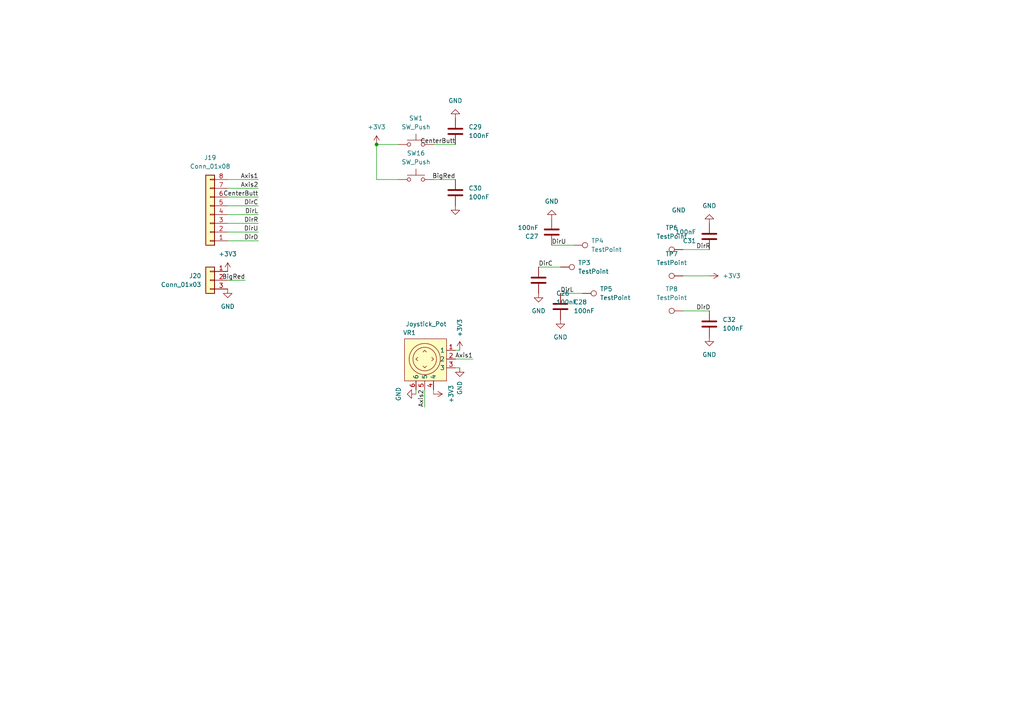
<source format=kicad_sch>
(kicad_sch (version 20230121) (generator eeschema)
  (paper "A4")
  (title_block (title "Face Plate") (date "2022-10-10") (rev "v0.1"))
  (lib_symbols
    (symbol "Connector:TestPoint" (pin_numbers hide) (pin_names (offset 0.762) hide)
      (property "Reference" "TP" (at 0 6.858 0))
      (property "Value" "TestPoint" (at 0 5.08 0))
      (symbol "TestPoint_0_1"
        (circle (center 0 3.302) (radius 0.762))
      )
      (symbol "TestPoint_1_1"
        (pin passive line (at 0 0 90) (length 2.54) (name "1") (number "1"))
      )
    )
    (symbol "Connector_Generic:Conn_01x03" (pin_names (offset 1.016) hide)
      (property "Reference" "J" (at 0 5.08 0))
      (property "Value" "Conn_01x03" (at 0 -5.08 0))
      (symbol "Conn_01x03_1_1"
        (rectangle (start -1.27 -2.413) (end 0 -2.667) (stroke (width 0.1524)))
        (rectangle (start -1.27 0.127) (end 0 -0.127) (stroke (width 0.1524)))
        (rectangle (start -1.27 2.667) (end 0 2.413) (stroke (width 0.1524)))
        (rectangle (start -1.27 3.81) (end 1.27 -3.81) (stroke (width 0.254)) (fill (type background)))
        (pin passive line (at -5.08 2.54 0) (length 3.81) (name "Pin_1") (number "1"))
        (pin passive line (at -5.08 0 0) (length 3.81) (name "Pin_2") (number "2"))
        (pin passive line (at -5.08 -2.54 0) (length 3.81) (name "Pin_3") (number "3"))
      )
    )
    (symbol "Connector_Generic:Conn_01x08" (pin_names (offset 1.016) hide)
      (property "Reference" "J" (at 0 10.16 0))
      (property "Value" "Conn_01x08" (at 0 -12.7 0))
      (symbol "Conn_01x08_1_1"
        (rectangle (start -1.27 -10.033) (end 0 -10.287) (stroke (width 0.1524)))
        (rectangle (start -1.27 -7.493) (end 0 -7.747) (stroke (width 0.1524)))
        (rectangle (start -1.27 -4.953) (end 0 -5.207) (stroke (width 0.1524)))
        (rectangle (start -1.27 -2.413) (end 0 -2.667) (stroke (width 0.1524)))
        (rectangle (start -1.27 0.127) (end 0 -0.127) (stroke (width 0.1524)))
        (rectangle (start -1.27 2.667) (end 0 2.413) (stroke (width 0.1524)))
        (rectangle (start -1.27 5.207) (end 0 4.953) (stroke (width 0.1524)))
        (rectangle (start -1.27 7.747) (end 0 7.493) (stroke (width 0.1524)))
        (rectangle (start -1.27 8.89) (end 1.27 -11.43) (stroke (width 0.254)) (fill (type background)))
        (pin passive line (at -5.08 7.62 0) (length 3.81) (name "Pin_1") (number "1"))
        (pin passive line (at -5.08 5.08 0) (length 3.81) (name "Pin_2") (number "2"))
        (pin passive line (at -5.08 2.54 0) (length 3.81) (name "Pin_3") (number "3"))
        (pin passive line (at -5.08 0 0) (length 3.81) (name "Pin_4") (number "4"))
        (pin passive line (at -5.08 -2.54 0) (length 3.81) (name "Pin_5") (number "5"))
        (pin passive line (at -5.08 -5.08 0) (length 3.81) (name "Pin_6") (number "6"))
        (pin passive line (at -5.08 -7.62 0) (length 3.81) (name "Pin_7") (number "7"))
        (pin passive line (at -5.08 -10.16 0) (length 3.81) (name "Pin_8") (number "8"))
      )
    )
    (symbol "Device:C" (pin_numbers hide) (pin_names (offset 0.254))
      (property "Reference" "C" (at 0.635 2.54 0))
      (property "Value" "C" (at 0.635 -2.54 0))
      (symbol "C_0_1"
        (polyline (pts (xy -2.032 -0.762) (xy 2.032 -0.762)) (stroke (width 0.508)))
        (polyline (pts (xy -2.032 0.762) (xy 2.032 0.762)) (stroke (width 0.508)))
      )
      (symbol "C_1_1"
        (pin passive line (at 0 3.81 270) (length 2.794) (name "~") (number "1"))
        (pin passive line (at 0 -3.81 90) (length 2.794) (name "~") (number "2"))
      )
    )
    (symbol "Personal:Joystick_Pot"
      (property "Reference" "VR" (at -5.588 7.62 0))
      (property "Value" "Joystick_Pot" (at 0 -7.62 0))
      (symbol "Joystick_Pot_0_1"
        (rectangle (start -5.842 6.35) (end 6.35 -5.842) (fill (type background)))
        (polyline (pts (xy -2.54 0) (xy -2.032 -0.508)))
        (polyline (pts (xy -2.54 0) (xy -2.032 0.508)))
        (polyline (pts (xy 0 -2.54) (xy -0.508 -2.032)))
        (polyline (pts (xy 0 -2.54) (xy 0.508 -2.032)))
        (polyline (pts (xy 0 2.54) (xy -0.508 2.032)))
        (polyline (pts (xy 0 2.54) (xy 0.508 2.032)))
        (polyline (pts (xy 2.54 0) (xy 2.032 -0.508)))
        (polyline (pts (xy 2.54 0) (xy 2.032 0.508)))
        (circle (center 0 0) (radius 3.4172))
        (circle (center 0 0) (radius 4.5223))
      )
      (symbol "Joystick_Pot_1_1"
        (pin input line (at -2.54 8.89 270) (length 2.54) (name "1") (number "1"))
        (pin input line (at 0 8.89 270) (length 2.54) (name "2") (number "2"))
        (pin input line (at 2.54 8.89 270) (length 2.54) (name "3") (number "3"))
        (pin input line (at 8.89 2.54 180) (length 2.54) (name "4") (number "4"))
        (pin input line (at 8.89 0 180) (length 2.54) (name "5") (number "5"))
        (pin input line (at 8.89 -2.54 180) (length 2.54) (name "6") (number "6"))
      )
    )
    (symbol "Switch:SW_Push" (pin_numbers hide) (pin_names (offset 1.016) hide)
      (property "Reference" "SW" (at 1.27 2.54 0))
      (property "Value" "SW_Push" (at 0 -1.524 0))
      (symbol "SW_Push_0_1"
        (circle (center -2.032 0) (radius 0.508))
        (polyline (pts (xy 0 1.27) (xy 0 3.048)))
        (polyline (pts (xy 2.54 1.27) (xy -2.54 1.27)))
        (circle (center 2.032 0) (radius 0.508))
        (pin passive line (at -5.08 0 0) (length 2.54) (name "1") (number "1"))
        (pin passive line (at 5.08 0 180) (length 2.54) (name "2") (number "2"))
      )
    )
    (symbol "power:+3V3" (power) (pin_names (offset 0))
      (property "Value" "+3V3" (at 0 3.556 0))
      (symbol "+3V3_0_1"
        (polyline (pts (xy -0.762 1.27) (xy 0 2.54)))
        (polyline (pts (xy 0 0) (xy 0 2.54)))
        (polyline (pts (xy 0 2.54) (xy 0.762 1.27)))
      )
      (symbol "+3V3_1_1"
        (pin power_in line (at 0 0 90) (length 0) hide (name "+3V3") (number "1"))
      )
    )
    (symbol "power:GND" (power) (pin_names (offset 0))
      (property "Value" "GND" (at 0 -3.81 0))
      (symbol "GND_0_1"
        (polyline (pts (xy 0 0) (xy 0 -1.27) (xy 1.27 -1.27) (xy 0 -2.54) (xy -1.27 -1.27) (xy 0 -1.27)))
      )
      (symbol "GND_1_1"
        (pin power_in line (at 0 0 270) (length 0) hide (name "GND") (number "1"))
      )
    )
  )
  (junction (at 109.22 41.91))
  (wire (pts (xy 109.22 41.91) (xy 109.22 52.07)))
  (wire (pts (xy 125.73 52.07) (xy 132.08 52.07)))
  (wire (pts (xy 123.19 113.03) (xy 123.19 118.11)))
  (wire (pts (xy 198.12 90.17) (xy 205.74 90.17)))
  (wire (pts (xy 133.35 106.68) (xy 132.08 106.68)))
  (wire (pts (xy 109.22 41.91) (xy 115.57 41.91)))
  (wire (pts (xy 198.12 72.39) (xy 205.74 72.39)))
  (wire (pts (xy 120.65 113.03) (xy 120.65 114.3)))
  (wire (pts (xy 137.16 104.14) (xy 132.08 104.14)))
  (wire (pts (xy 133.35 101.6) (xy 132.08 101.6)))
  (wire (pts (xy 156.21 77.47) (xy 162.56 77.47)))
  (wire (pts (xy 162.56 85.09) (xy 168.91 85.09)))
  (wire (pts (xy 74.93 69.85) (xy 66.04 69.85)))
  (wire (pts (xy 74.93 54.61) (xy 66.04 54.61)))
  (wire (pts (xy 74.93 62.23) (xy 66.04 62.23)))
  (wire (pts (xy 160.02 71.12) (xy 166.37 71.12)))
  (wire (pts (xy 198.12 80.01) (xy 205.74 80.01)))
  (wire (pts (xy 74.93 57.15) (xy 66.04 57.15)))
  (wire (pts (xy 125.73 113.03) (xy 125.73 114.3)))
  (wire (pts (xy 71.12 81.28) (xy 66.04 81.28)))
  (wire (pts (xy 74.93 64.77) (xy 66.04 64.77)))
  (wire (pts (xy 125.73 41.91) (xy 132.08 41.91)))
  (wire (pts (xy 74.93 67.31) (xy 66.04 67.31)))
  (wire (pts (xy 74.93 52.07) (xy 66.04 52.07)))
  (wire (pts (xy 74.93 59.69) (xy 66.04 59.69)))
  (wire (pts (xy 109.22 52.07) (xy 115.57 52.07)))
  (label "Axis1" (at 137.16 104.14 180))
  (label "Axis2" (at 74.93 54.61 180))
  (label "DirU" (at 74.93 67.31 180))
  (label "BigRed" (at 71.12 81.28 180))
  (label "DirR" (at 74.93 64.77 180))
  (label "DirD" (at 74.93 69.85 180))
  (label "DirL" (at 74.93 62.23 180))
  (label "DirR" (at 201.93 72.39 0))
  (label "DirC" (at 74.93 59.69 180))
  (label "DirU" (at 160.02 71.12 0))
  (label "DirL" (at 162.56 85.09 0))
  (label "CenterButt" (at 132.08 41.91 180))
  (label "DirC" (at 156.21 77.47 0))
  (label "Axis1" (at 74.93 52.07 180))
  (label "DirD" (at 201.93 90.17 0))
  (label "BigRed" (at 132.08 52.07 180))
  (label "Axis2" (at 123.19 118.11 90))
  (label "CenterButt" (at 74.93 57.15 180))
  (symbol (lib_id "Connector:TestPoint") (at 198.12 72.39 90) (unit 1)
    (property "Reference" "TP6" (at 194.818 66.04 90))
    (property "Value" "TestPoint" (at 194.818 68.58 90))
    (property "Footprint" "TestPoint:TestPoint_Loop_D1.80mm_Drill1.0mm_Beaded" (effects hide))
  )
  (symbol (lib_id "power:GND") (at 120.65 114.3 270) (unit 1)
    (property "Reference" "#PWR0194" (effects hide))
    (property "Value" "GND" (at 115.57 114.3 0))
  )
  (symbol (lib_id "Switch:SW_Push") (at 120.65 52.07 0) (unit 1)
    (property "Reference" "SW16" (at 120.65 44.45 0))
    (property "Value" "SW_Push" (at 120.65 46.99 0))
    (property "Footprint" "Personal:PS1024AL" (effects hide))
  )
  (symbol (lib_id "Device:C") (at 156.21 81.28 0) (unit 1)
    (property "Reference" "C26" (at 161.29 85.0899 0) (effects (justify left)))
    (property "Value" "100nF" (at 161.29 87.6299 0) (effects (justify left)))
    (property "Footprint" "Capacitor_SMD:C_0805_2012Metric" (effects hide))
  )
  (symbol (lib_id "Device:C") (at 132.08 55.88 0) (unit 1)
    (property "Reference" "C30" (at 135.89 54.6099 0) (effects (justify left)))
    (property "Value" "100nF" (at 135.89 57.1499 0) (effects (justify left)))
    (property "Footprint" "Capacitor_SMD:C_0805_2012Metric" (effects hide))
  )
  (symbol (lib_id "power:GND") (at 205.74 97.79 0) (unit 1)
    (property "Reference" "#PWR0206" (effects hide))
    (property "Value" "GND" (at 205.74 102.87 0))
  )
  (symbol (lib_id "Connector_Generic:Conn_01x08") (at 60.96 62.23 180) (unit 1)
    (property "Reference" "J19" (at 60.96 45.72 0))
    (property "Value" "Conn_01x08" (at 60.96 48.26 0))
    (property "Footprint" "Connector_JST:JST_PH_S8B-PH-K_1x08_P2.00mm_Horizontal" (effects hide))
  )
  (symbol (lib_id "power:GND") (at 162.56 92.71 0) (unit 1)
    (property "Reference" "#PWR0201" (effects hide))
    (property "Value" "GND" (at 162.56 97.79 0))
  )
  (symbol (lib_id "power:GND") (at 133.35 106.68 0) (unit 1)
    (property "Reference" "#PWR0195" (effects hide))
    (property "Value" "GND" (at 133.3501 110.49 90) (effects (justify right)))
  )
  (symbol (lib_id "Device:C") (at 162.56 88.9 0) (unit 1)
    (property "Reference" "C28" (at 166.37 87.6299 0) (effects (justify left)))
    (property "Value" "100nF" (at 166.37 90.1699 0) (effects (justify left)))
    (property "Footprint" "Capacitor_SMD:C_0805_2012Metric" (effects hide))
  )
  (symbol (lib_id "power:GND") (at 66.04 83.82 0) (mirror y) (unit 1)
    (property "Reference" "#PWR0188" (effects hide))
    (property "Value" "GND" (at 66.04 88.9 0))
  )
  (symbol (lib_id "power:GND") (at 205.74 64.77 180) (unit 1)
    (property "Reference" "#PWR0205" (effects hide))
    (property "Value" "GND" (at 205.74 59.69 0))
  )
  (symbol (lib_id "Connector_Generic:Conn_01x03") (at 60.96 81.28 0) (mirror y) (unit 1)
    (property "Reference" "J20" (at 58.42 80.0099 0) (effects (justify left)))
    (property "Value" "Conn_01x03" (at 58.42 82.5499 0) (effects (justify left)))
    (property "Footprint" "Connector_JST:JST_PH_B3B-PH-K_1x03_P2.00mm_Vertical" (effects hide))
  )
  (symbol (lib_id "Connector:TestPoint") (at 166.37 71.12 270) (unit 1)
    (property "Reference" "TP4" (at 171.45 69.8499 90) (effects (justify left)))
    (property "Value" "TestPoint" (at 171.45 72.3899 90) (effects (justify left)))
    (property "Footprint" "TestPoint:TestPoint_Loop_D1.80mm_Drill1.0mm_Beaded" (effects hide))
  )
  (symbol (lib_id "power:+3V3") (at 133.35 101.6 0) (unit 1)
    (property "Reference" "#PWR0196" (effects hide))
    (property "Value" "+3V3" (at 133.3501 97.79 90) (effects (justify left)))
  )
  (symbol (lib_id "Device:C") (at 132.08 38.1 180) (unit 1)
    (property "Reference" "C29" (at 135.89 36.8299 0) (effects (justify right)))
    (property "Value" "100nF" (at 135.89 39.3699 0) (effects (justify right)))
    (property "Footprint" "Capacitor_SMD:C_0805_2012Metric" (effects hide))
  )
  (symbol (lib_id "Device:C") (at 205.74 93.98 0) (unit 1)
    (property "Reference" "C32" (at 209.55 92.7099 0) (effects (justify left)))
    (property "Value" "100nF" (at 209.55 95.2499 0) (effects (justify left)))
    (property "Footprint" "Capacitor_SMD:C_0805_2012Metric" (effects hide))
  )
  (symbol (lib_id "power:GND") (at 132.08 34.29 180) (unit 1)
    (property "Reference" "#PWR0203" (effects hide))
    (property "Value" "GND" (at 132.08 29.21 0))
  )
  (symbol (lib_id "power:+3V3") (at 109.22 41.91 0) (unit 1)
    (property "Reference" "#PWR0198" (effects hide))
    (property "Value" "+3V3" (at 109.22 36.83 0))
  )
  (symbol (lib_id "power:GND") (at 132.08 59.69 0) (unit 1)
    (property "Reference" "#PWR0204" (effects hide))
    (property "Value" "GND" (at 196.85 60.96 0))
  )
  (symbol (lib_id "Device:C") (at 160.02 67.31 180) (unit 1)
    (property "Reference" "C27" (at 156.21 68.5801 0) (effects (justify left)))
    (property "Value" "100nF" (at 156.21 66.0401 0) (effects (justify left)))
    (property "Footprint" "Capacitor_SMD:C_0805_2012Metric" (effects hide))
  )
  (symbol (lib_id "Personal:Joystick_Pot") (at 123.19 104.14 270) (unit 1)
    (property "Reference" "VR1" (at 120.65 96.52 90) (effects (justify right)))
    (property "Value" "Joystick_Pot" (at 129.54 93.98 90) (effects (justify right)))
    (property "Footprint" "Personal:RKJXV1220" (effects hide))
  )
  (symbol (lib_id "Connector:TestPoint") (at 198.12 80.01 90) (unit 1)
    (property "Reference" "TP7" (at 194.818 73.66 90))
    (property "Value" "TestPoint" (at 194.818 76.2 90))
    (property "Footprint" "TestPoint:TestPoint_Loop_D1.80mm_Drill1.0mm_Beaded" (effects hide))
  )
  (symbol (lib_id "power:GND") (at 156.21 85.09 0) (unit 1)
    (property "Reference" "#PWR0202" (effects hide))
    (property "Value" "GND" (at 156.21 90.17 0))
  )
  (symbol (lib_id "Switch:SW_Push") (at 120.65 41.91 0) (unit 1)
    (property "Reference" "SW1" (at 120.65 34.29 0))
    (property "Value" "SW_Push" (at 120.65 36.83 0))
    (property "Footprint" "Button_Switch_THT:SW_PUSH-12mm_Wuerth-430476085716" (effects hide))
  )
  (symbol (lib_id "Device:C") (at 205.74 68.58 180) (unit 1)
    (property "Reference" "C31" (at 201.93 69.8501 0) (effects (justify left)))
    (property "Value" "100nF" (at 201.93 67.3101 0) (effects (justify left)))
    (property "Footprint" "Capacitor_SMD:C_0805_2012Metric" (effects hide))
  )
  (symbol (lib_id "power:+3V3") (at 66.04 78.74 0) (mirror y) (unit 1)
    (property "Reference" "#PWR0187" (effects hide))
    (property "Value" "+3V3" (at 66.04 73.66 0))
  )
  (symbol (lib_id "Connector:TestPoint") (at 162.56 77.47 270) (unit 1)
    (property "Reference" "TP3" (at 167.64 76.1999 90) (effects (justify left)))
    (property "Value" "TestPoint" (at 167.64 78.7399 90) (effects (justify left)))
    (property "Footprint" "TestPoint:TestPoint_Loop_D1.80mm_Drill1.0mm_Beaded" (effects hide))
  )
  (symbol (lib_id "power:GND") (at 160.02 63.5 180) (unit 1)
    (property "Reference" "#PWR0199" (effects hide))
    (property "Value" "GND" (at 160.02 58.42 0))
  )
  (symbol (lib_id "power:+3V3") (at 125.73 114.3 270) (unit 1)
    (property "Reference" "#PWR0193" (effects hide))
    (property "Value" "+3V3" (at 130.81 114.3 0))
  )
  (symbol (lib_id "Connector:TestPoint") (at 168.91 85.09 270) (unit 1)
    (property "Reference" "TP5" (at 173.99 83.8199 90) (effects (justify left)))
    (property "Value" "TestPoint" (at 173.99 86.3599 90) (effects (justify left)))
    (property "Footprint" "TestPoint:TestPoint_Loop_D1.80mm_Drill1.0mm_Beaded" (effects hide))
  )
  (symbol (lib_id "Connector:TestPoint") (at 198.12 90.17 90) (unit 1)
    (property "Reference" "TP8" (at 194.818 83.82 90))
    (property "Value" "TestPoint" (at 194.818 86.36 90))
    (property "Footprint" "TestPoint:TestPoint_Loop_D1.80mm_Drill1.0mm_Beaded" (effects hide))
  )
  (symbol (lib_id "power:+3V3") (at 205.74 80.01 270) (unit 1)
    (property "Reference" "#PWR0192" (effects hide))
    (property "Value" "+3V3" (at 209.55 80.0099 90) (effects (justify left)))
  )
)
</source>
